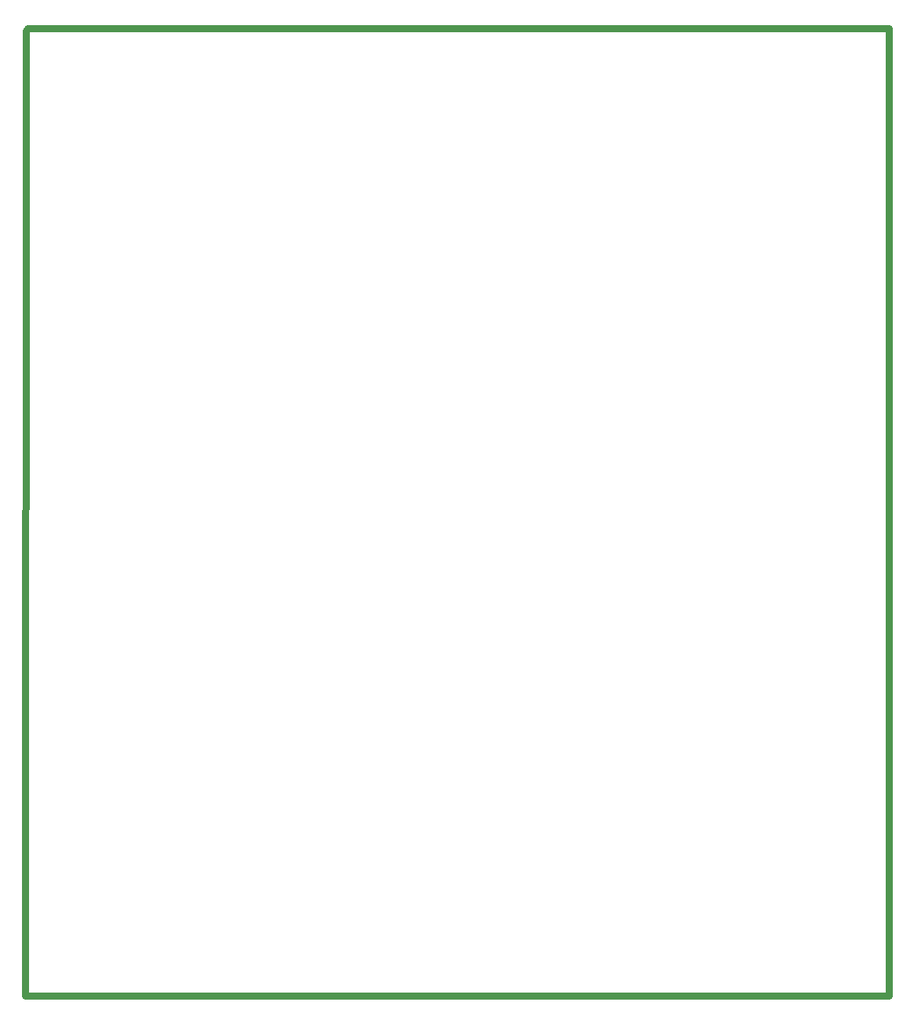
<source format=gko>
G04 Layer: BoardOutline*
G04 EasyEDA v6.3.43, 2020-05-25T08:10:49+01:00*
G04 809d050b7b404b088306c213adac8bc8,fe6cc42eb16a44418a09de5ec01cb9e8,10*
G04 Gerber Generator version 0.2*
G04 Scale: 100 percent, Rotated: No, Reflected: No *
G04 Dimensions in millimeters *
G04 leading zeros omitted , absolute positions ,3 integer and 3 decimal *
%FSLAX33Y33*%
%MOMM*%
G90*
G71D02*

%ADD10C,0.799998*%
G54D10*
G01X175Y104256D02*
G01X93091Y104267D01*
G01X93091Y0D01*
G01X0Y0D01*
G01X48Y104002D01*

%LPD*%
M00*
M02*

</source>
